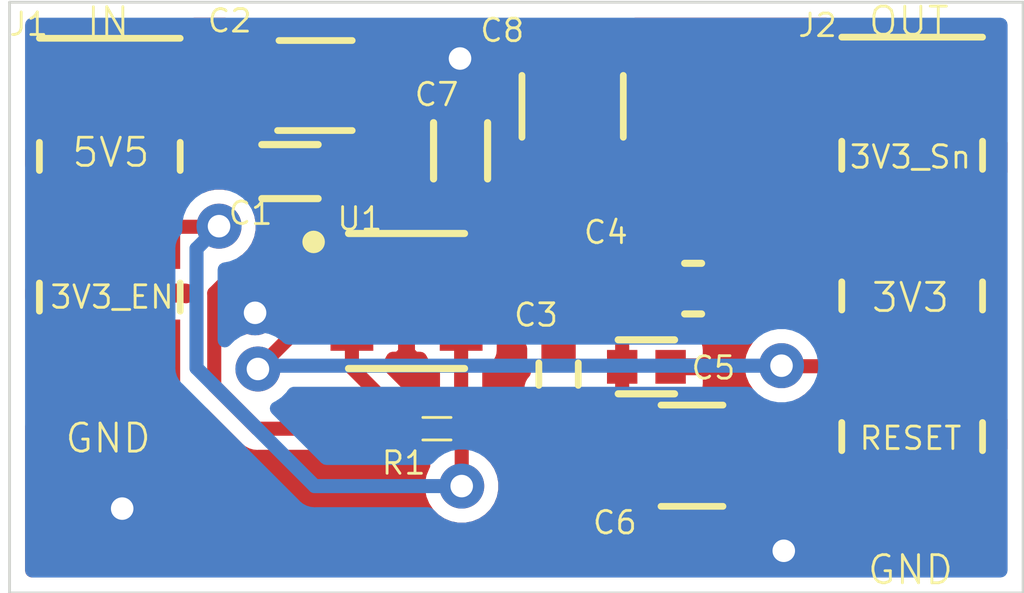
<source format=kicad_pcb>
(kicad_pcb (version 20171130) (host pcbnew "(5.1.5)-3")

  (general
    (thickness 1.6)
    (drawings 13)
    (tracks 54)
    (zones 0)
    (modules 12)
    (nets 8)
  )

  (page A4)
  (layers
    (0 F.Cu signal)
    (31 B.Cu signal)
    (32 B.Adhes user hide)
    (33 F.Adhes user hide)
    (34 B.Paste user)
    (35 F.Paste user)
    (36 B.SilkS user)
    (37 F.SilkS user)
    (38 B.Mask user hide)
    (39 F.Mask user hide)
    (40 Dwgs.User user hide)
    (41 Cmts.User user hide)
    (42 Eco1.User user hide)
    (43 Eco2.User user hide)
    (44 Edge.Cuts user)
    (45 Margin user hide)
    (46 B.CrtYd user hide)
    (47 F.CrtYd user hide)
    (48 B.Fab user hide)
    (49 F.Fab user hide)
  )

  (setup
    (last_trace_width 0.25)
    (trace_clearance 0.2)
    (zone_clearance 0.25)
    (zone_45_only no)
    (trace_min 0.2)
    (via_size 0.8)
    (via_drill 0.4)
    (via_min_size 0.4)
    (via_min_drill 0.3)
    (uvia_size 0.3)
    (uvia_drill 0.1)
    (uvias_allowed no)
    (uvia_min_size 0.2)
    (uvia_min_drill 0.1)
    (edge_width 0.05)
    (segment_width 0.2)
    (pcb_text_width 0.3)
    (pcb_text_size 1.5 1.5)
    (mod_edge_width 0.12)
    (mod_text_size 1 1)
    (mod_text_width 0.15)
    (pad_size 1.524 1.524)
    (pad_drill 0.762)
    (pad_to_mask_clearance 0.051)
    (solder_mask_min_width 0.25)
    (aux_axis_origin 0 0)
    (visible_elements 7FFFFFFF)
    (pcbplotparams
      (layerselection 0x0d0fc_ffffffff)
      (usegerberextensions false)
      (usegerberattributes false)
      (usegerberadvancedattributes false)
      (creategerberjobfile false)
      (excludeedgelayer true)
      (linewidth 0.100000)
      (plotframeref false)
      (viasonmask false)
      (mode 1)
      (useauxorigin false)
      (hpglpennumber 1)
      (hpglpenspeed 20)
      (hpglpendiameter 15.000000)
      (psnegative false)
      (psa4output false)
      (plotreference true)
      (plotvalue true)
      (plotinvisibletext false)
      (padsonsilk false)
      (subtractmaskfromsilk false)
      (outputformat 1)
      (mirror false)
      (drillshape 0)
      (scaleselection 1)
      (outputdirectory ""))
  )

  (net 0 "")
  (net 1 GND)
  (net 2 "Net-(C3-Pad1)")
  (net 3 /FMU-VDD_3V3)
  (net 4 /VDD_3V3_SENSORS)
  (net 5 /VDD_3V3_SENSORS_EN)
  (net 6 /FMU-!RESET)
  (net 7 /FMU-VDD_5V5)

  (net_class Default "This is the default net class."
    (clearance 0.2)
    (trace_width 0.25)
    (via_dia 0.8)
    (via_drill 0.4)
    (uvia_dia 0.3)
    (uvia_drill 0.1)
    (add_net /FMU-!RESET)
    (add_net /FMU-VDD_3V3)
    (add_net /FMU-VDD_5V5)
    (add_net /VDD_3V3_SENSORS)
    (add_net /VDD_3V3_SENSORS_EN)
    (add_net GND)
    (add_net "Net-(C3-Pad1)")
  )

  (module CC0402ZRY5V7BB104:CAPC1005X55N (layer F.Cu) (tedit 5ECB145C) (tstamp 5ECBAB1B)
    (at 109.51 52.14 90)
    (path /5EC76DD4)
    (fp_text reference C7 (at 1 -0.425 180) (layer F.SilkS)
      (effects (font (size 0.4 0.4) (thickness 0.05)))
    )
    (fp_text value 0u1 (at 0.3 0.75 90) (layer F.Fab)
      (effects (font (size 0.2 0.2) (thickness 0.05)))
    )
    (fp_line (start 0.85 0.54) (end 0.85 -0.54) (layer F.CrtYd) (width 0.05))
    (fp_line (start -0.85 0.54) (end 0.85 0.54) (layer F.CrtYd) (width 0.05))
    (fp_line (start -0.85 -0.54) (end -0.85 0.54) (layer F.CrtYd) (width 0.05))
    (fp_line (start 0.85 -0.54) (end -0.85 -0.54) (layer F.CrtYd) (width 0.05))
    (fp_line (start -0.5 0.48) (end 0.5 0.48) (layer F.SilkS) (width 0.127))
    (fp_line (start 0.5 -0.48) (end -0.5 -0.48) (layer F.SilkS) (width 0.127))
    (fp_line (start 0.53 0.28) (end 0.53 -0.28) (layer F.Fab) (width 0.127))
    (fp_line (start -0.53 0.28) (end 0.53 0.28) (layer F.Fab) (width 0.127))
    (fp_line (start -0.53 -0.28) (end -0.53 0.28) (layer F.Fab) (width 0.127))
    (fp_line (start 0.53 -0.28) (end -0.53 -0.28) (layer F.Fab) (width 0.127))
    (pad 1 smd rect (at -0.43 0 90) (size 0.54 0.6) (layers F.Cu F.Paste F.Mask)
      (net 4 /VDD_3V3_SENSORS))
    (pad 2 smd rect (at 0.43 0 90) (size 0.54 0.6) (layers F.Cu F.Paste F.Mask)
      (net 1 GND))
    (model ${KISYS3DMOD}/Capacitor_SMD.3dshapes/C_0402_1005Metric.wrl
      (at (xyz 0 0 0))
      (scale (xyz 1 1 1))
      (rotate (xyz 0 0 0))
    )
  )

  (module woos_FMU3:RC0402FR-0710KL (layer F.Cu) (tedit 5ECB4A65) (tstamp 5ECBAB67)
    (at 109.08 57.09 180)
    (path /5EC8AD17)
    (fp_text reference R1 (at 0.58 -0.6) (layer F.SilkS)
      (effects (font (size 0.4 0.4) (thickness 0.05)))
    )
    (fp_text value 10K (at 0.75 0.625) (layer F.Fab)
      (effects (font (size 0.2 0.2) (thickness 0.05)))
    )
    (fp_line (start -0.26 -0.19) (end 0.24 -0.19) (layer F.SilkS) (width 0.05))
    (fp_line (start 0.69 0.36) (end 0.69 -0.34) (layer F.CrtYd) (width 0.05))
    (fp_line (start 0.49 0.26) (end -0.51 0.26) (layer F.Fab) (width 0.05))
    (fp_line (start 0.24 0.21) (end -0.26 0.21) (layer F.SilkS) (width 0.05))
    (fp_line (start -0.71 -0.34) (end -0.71 0.36) (layer F.CrtYd) (width 0.05))
    (fp_line (start 0.69 -0.34) (end -0.71 -0.34) (layer F.CrtYd) (width 0.05))
    (fp_line (start -0.51 -0.24) (end 0.49 -0.24) (layer F.Fab) (width 0.05))
    (fp_line (start -0.71 0.36) (end 0.69 0.36) (layer F.CrtYd) (width 0.05))
    (fp_line (start -0.51 -0.24) (end -0.51 0.26) (layer F.Fab) (width 0.05))
    (fp_line (start 0.49 -0.24) (end 0.49 0.26) (layer F.Fab) (width 0.05))
    (fp_text user %R (at 0 0) (layer F.Fab)
      (effects (font (size 0.2 0.2) (thickness 0.04)))
    )
    (pad 1 smd roundrect (at -0.44 0.01 180) (size 0.4 0.55) (layers F.Cu F.Paste F.Mask) (roundrect_rratio 0.25)
      (net 5 /VDD_3V3_SENSORS_EN))
    (pad 2 smd roundrect (at 0.42 0.01 180) (size 0.4 0.55) (layers F.Cu F.Paste F.Mask) (roundrect_rratio 0.25)
      (net 7 /FMU-VDD_5V5))
    (model ${KISYS3DMOD}/Resistor_SMD.3dshapes/R_0402_1005Metric.wrl
      (at (xyz 0 0 0))
      (scale (xyz 1 1 1))
      (rotate (xyz 0 0 0))
    )
  )

  (module CC0402ZRY5V7BB104:CAPC1005X55N (layer F.Cu) (tedit 5ECB145C) (tstamp 5ECBAAFB)
    (at 112.81 55.98)
    (path /5EC7609B)
    (fp_text reference C5 (at 1.19 0.02) (layer F.SilkS)
      (effects (font (size 0.4 0.4) (thickness 0.05)))
    )
    (fp_text value 0u1 (at 0.3 0.75) (layer F.Fab)
      (effects (font (size 0.2 0.2) (thickness 0.05)))
    )
    (fp_line (start 0.53 -0.28) (end -0.53 -0.28) (layer F.Fab) (width 0.127))
    (fp_line (start -0.53 -0.28) (end -0.53 0.28) (layer F.Fab) (width 0.127))
    (fp_line (start -0.53 0.28) (end 0.53 0.28) (layer F.Fab) (width 0.127))
    (fp_line (start 0.53 0.28) (end 0.53 -0.28) (layer F.Fab) (width 0.127))
    (fp_line (start 0.5 -0.48) (end -0.5 -0.48) (layer F.SilkS) (width 0.127))
    (fp_line (start -0.5 0.48) (end 0.5 0.48) (layer F.SilkS) (width 0.127))
    (fp_line (start 0.85 -0.54) (end -0.85 -0.54) (layer F.CrtYd) (width 0.05))
    (fp_line (start -0.85 -0.54) (end -0.85 0.54) (layer F.CrtYd) (width 0.05))
    (fp_line (start -0.85 0.54) (end 0.85 0.54) (layer F.CrtYd) (width 0.05))
    (fp_line (start 0.85 0.54) (end 0.85 -0.54) (layer F.CrtYd) (width 0.05))
    (pad 2 smd rect (at 0.43 0) (size 0.54 0.6) (layers F.Cu F.Paste F.Mask)
      (net 1 GND))
    (pad 1 smd rect (at -0.43 0) (size 0.54 0.6) (layers F.Cu F.Paste F.Mask)
      (net 3 /FMU-VDD_3V3))
    (model ${KISYS3DMOD}/Capacitor_SMD.3dshapes/C_0402_1005Metric.wrl
      (at (xyz 0 0 0))
      (scale (xyz 1 1 1))
      (rotate (xyz 0 0 0))
    )
  )

  (module woos_FMU3:Conn_01x04_SMD (layer F.Cu) (tedit 5ECB4A5C) (tstamp 5ECBAB56)
    (at 115.98 49.87)
    (path /5EC83111)
    (fp_text reference J2 (at -0.13 0.04) (layer F.SilkS)
      (effects (font (size 0.4 0.4) (thickness 0.05)))
    )
    (fp_text value Conn_01x04_Female (at 1.3 9.9) (layer F.Fab)
      (effects (font (size 0.2 0.2) (thickness 0.05)))
    )
    (fp_line (start 3.05 0.1) (end 0.05 0.1) (layer F.CrtYd) (width 0.12))
    (fp_line (start 0.55 9.1) (end 2.55 9.1) (layer F.Fab) (width 0.12))
    (fp_line (start 2.8 4.6) (end 2.8 5.1) (layer F.SilkS) (width 0.12))
    (fp_line (start 0.05 9.6) (end 3.05 9.6) (layer F.CrtYd) (width 0.12))
    (fp_line (start 2.55 0.6) (end 0.55 0.6) (layer F.Fab) (width 0.12))
    (fp_line (start 2.55 9.1) (end 2.55 0.6) (layer F.Fab) (width 0.12))
    (fp_line (start 3.05 9.6) (end 3.05 0.1) (layer F.CrtYd) (width 0.12))
    (fp_line (start 0.3 2.1) (end 0.3 2.6) (layer F.SilkS) (width 0.12))
    (fp_line (start 0.3 0.25) (end 2.8 0.25) (layer F.SilkS) (width 0.12))
    (fp_line (start 0.3 4.6) (end 0.3 5.1) (layer F.SilkS) (width 0.12))
    (fp_line (start 0.55 0.6) (end 0.55 9.1) (layer F.Fab) (width 0.12))
    (fp_line (start 2.8 7.1) (end 2.8 7.6) (layer F.SilkS) (width 0.12))
    (fp_line (start 0.3 7.1) (end 0.3 7.6) (layer F.SilkS) (width 0.12))
    (fp_line (start 2.8 2.1) (end 2.8 2.6) (layer F.SilkS) (width 0.12))
    (fp_line (start 0.05 0.1) (end 0.05 9.6) (layer F.CrtYd) (width 0.12))
    (pad 2 smd rect (at 1.55 3.6) (size 2.5 1.5) (layers F.Cu F.Paste F.Mask)
      (net 3 /FMU-VDD_3V3))
    (pad 3 smd rect (at 1.55 6.1) (size 2.5 1.5) (layers F.Cu F.Paste F.Mask)
      (net 6 /FMU-!RESET))
    (pad 1 smd rect (at 1.55 1.1) (size 2.5 1.5) (layers F.Cu F.Paste F.Mask)
      (net 4 /VDD_3V3_SENSORS))
    (pad 4 smd rect (at 1.55 8.6) (size 2.5 1.5) (layers F.Cu F.Paste F.Mask)
      (net 1 GND))
  )

  (module CC0402ZRY5V7BB104:CAPC1005X55N (layer F.Cu) (tedit 5ECB145C) (tstamp 5ECBAAB5)
    (at 106.48 52.51)
    (path /5EC6BDAE)
    (fp_text reference C1 (at -0.7 0.74) (layer F.SilkS)
      (effects (font (size 0.4 0.4) (thickness 0.05)))
    )
    (fp_text value 0u1 (at 0.3 0.75) (layer F.Fab)
      (effects (font (size 0.2 0.2) (thickness 0.05)))
    )
    (fp_line (start 0.85 0.54) (end 0.85 -0.54) (layer F.CrtYd) (width 0.05))
    (fp_line (start -0.85 0.54) (end 0.85 0.54) (layer F.CrtYd) (width 0.05))
    (fp_line (start -0.85 -0.54) (end -0.85 0.54) (layer F.CrtYd) (width 0.05))
    (fp_line (start 0.85 -0.54) (end -0.85 -0.54) (layer F.CrtYd) (width 0.05))
    (fp_line (start -0.5 0.48) (end 0.5 0.48) (layer F.SilkS) (width 0.127))
    (fp_line (start 0.5 -0.48) (end -0.5 -0.48) (layer F.SilkS) (width 0.127))
    (fp_line (start 0.53 0.28) (end 0.53 -0.28) (layer F.Fab) (width 0.127))
    (fp_line (start -0.53 0.28) (end 0.53 0.28) (layer F.Fab) (width 0.127))
    (fp_line (start -0.53 -0.28) (end -0.53 0.28) (layer F.Fab) (width 0.127))
    (fp_line (start 0.53 -0.28) (end -0.53 -0.28) (layer F.Fab) (width 0.127))
    (pad 1 smd rect (at -0.43 0) (size 0.54 0.6) (layers F.Cu F.Paste F.Mask)
      (net 7 /FMU-VDD_5V5))
    (pad 2 smd rect (at 0.43 0) (size 0.54 0.6) (layers F.Cu F.Paste F.Mask)
      (net 1 GND))
    (model ${KISYS3DMOD}/Capacitor_SMD.3dshapes/C_0402_1005Metric.wrl
      (at (xyz 0 0 0))
      (scale (xyz 1 1 1))
      (rotate (xyz 0 0 0))
    )
  )

  (module CL21A106KAYNNNE:CAPC2012X135N (layer F.Cu) (tedit 5ECB1438) (tstamp 5ECBAAC5)
    (at 106.91 50.98)
    (path /5EC6F1D7)
    (fp_text reference C2 (at -1.5 -1.15) (layer F.SilkS)
      (effects (font (size 0.4 0.4) (thickness 0.05)))
    )
    (fp_text value 10u/25V (at -0.5 1.2) (layer F.Fab)
      (effects (font (size 0.2 0.2) (thickness 0.05)))
    )
    (fp_line (start -0.65 0.8) (end 0.675 0.8) (layer F.SilkS) (width 0.12))
    (fp_line (start -0.625 -0.8) (end 0.675 -0.8) (layer F.SilkS) (width 0.12))
    (fp_line (start 1.665 0.94) (end 1.665 -0.94) (layer F.CrtYd) (width 0.05))
    (fp_line (start -1.665 0.94) (end -1.665 -0.94) (layer F.CrtYd) (width 0.05))
    (fp_line (start -1.665 -0.94) (end 1.665 -0.94) (layer F.CrtYd) (width 0.05))
    (fp_line (start -1.665 0.94) (end 1.665 0.94) (layer F.CrtYd) (width 0.05))
    (fp_line (start -1.05 0.68) (end -1.05 -0.68) (layer F.Fab) (width 0.127))
    (fp_line (start 1.05 0.68) (end 1.05 -0.68) (layer F.Fab) (width 0.127))
    (fp_line (start 1.05 -0.68) (end -1.05 -0.68) (layer F.Fab) (width 0.127))
    (fp_line (start 1.05 0.68) (end -1.05 0.68) (layer F.Fab) (width 0.127))
    (pad 1 smd rect (at -0.863 0) (size 1.1 1.38) (layers F.Cu F.Paste F.Mask)
      (net 7 /FMU-VDD_5V5))
    (pad 2 smd rect (at 0.863 0) (size 1.1 1.38) (layers F.Cu F.Paste F.Mask)
      (net 1 GND))
    (model ${KISYS3DMOD}/Capacitor_SMD.3dshapes/C_0805_2012Metric.wrl
      (at (xyz 0 0 0))
      (scale (xyz 1 1 1))
      (rotate (xyz 0 0 0))
    )
  )

  (module CC0402KRX7R7BB103:CAPC1005X55N (layer F.Cu) (tedit 5ECB1472) (tstamp 5ECBAADB)
    (at 111.25 56.11 270)
    (path /5EC68471)
    (fp_text reference C3 (at -1.05 0.4 180) (layer F.SilkS)
      (effects (font (size 0.4 0.4) (thickness 0.05)))
    )
    (fp_text value CC0402KRX7R7BB103 (at 0.3 0.75 90) (layer F.Fab)
      (effects (font (size 0.2 0.2) (thickness 0.05)))
    )
    (fp_line (start -0.2 0.35) (end 0.2 0.35) (layer F.SilkS) (width 0.12))
    (fp_line (start -0.2 -0.35) (end 0.2 -0.35) (layer F.SilkS) (width 0.12))
    (fp_line (start 0.8 -0.45) (end -0.8 -0.45) (layer F.CrtYd) (width 0.12))
    (fp_line (start 0.8 0.45) (end 0.8 -0.45) (layer F.CrtYd) (width 0.12))
    (fp_line (start -0.8 0.45) (end 0.8 0.45) (layer F.CrtYd) (width 0.12))
    (fp_line (start -0.8 -0.45) (end -0.8 0.45) (layer F.CrtYd) (width 0.12))
    (fp_line (start -0.5588 -0.3048) (end -0.5588 0.3048) (layer F.Fab) (width 0.1))
    (fp_line (start 0.254 -0.3048) (end -0.254 -0.3048) (layer F.Fab) (width 0.1))
    (fp_line (start 0.5588 0.3048) (end 0.5588 -0.3048) (layer F.Fab) (width 0.1))
    (fp_line (start -0.254 0.3048) (end 0.254 0.3048) (layer F.Fab) (width 0.1))
    (fp_line (start 0.5588 -0.3048) (end 0.254 -0.3048) (layer F.Fab) (width 0.1))
    (fp_line (start 0.254 0.3048) (end 0.5588 0.3048) (layer F.Fab) (width 0.1))
    (fp_line (start 0.254 -0.3048) (end 0.254 0.3048) (layer F.Fab) (width 0.1))
    (fp_line (start -0.5588 0.3048) (end -0.254 0.3048) (layer F.Fab) (width 0.1))
    (fp_line (start -0.254 -0.3048) (end -0.5588 -0.3048) (layer F.Fab) (width 0.1))
    (fp_line (start -0.254 0.3048) (end -0.254 -0.3048) (layer F.Fab) (width 0.1))
    (pad 1 smd rect (at -0.4826 0 270) (size 0.4572 0.6096) (layers F.Cu F.Paste F.Mask)
      (net 2 "Net-(C3-Pad1)"))
    (pad 2 smd rect (at 0.4826 0 270) (size 0.4572 0.6096) (layers F.Cu F.Paste F.Mask)
      (net 1 GND))
    (model ${KISYS3DMOD}/Capacitor_SMD.3dshapes/C_0402_1005Metric.wrl
      (at (xyz 0 0 0))
      (scale (xyz 1 1 1))
      (rotate (xyz 0 0 0))
    )
  )

  (module CC0603ZRY5V7BB105:CAPC1608X90 (layer F.Cu) (tedit 5ECB144A) (tstamp 5ECBAAEB)
    (at 113.64 54.59)
    (descr <b>CAPACITOR</b>)
    (path /5EC70B73)
    (fp_text reference C4 (at -1.55 -1) (layer F.SilkS)
      (effects (font (size 0.4 0.4) (thickness 0.05)))
    )
    (fp_text value 1u (at -0.625 1.025) (layer F.Fab)
      (effects (font (size 0.2 0.2) (thickness 0.05)))
    )
    (fp_line (start -0.15 0.45) (end 0.15 0.45) (layer F.SilkS) (width 0.127))
    (fp_line (start -0.15 -0.45) (end 0.15 -0.45) (layer F.SilkS) (width 0.127))
    (fp_poly (pts (xy 0.330881 -0.4801) (xy 0.8303 -0.4801) (xy 0.8303 0.470869) (xy 0.330881 0.470869)) (layer F.Fab) (width 0.01))
    (fp_poly (pts (xy -0.838606 -0.4801) (xy -0.3381 -0.4801) (xy -0.3381 0.470129) (xy -0.838606 0.470129)) (layer F.Fab) (width 0.01))
    (fp_line (start -0.356 0.419) (end 0.356 0.419) (layer F.Fab) (width 0.1016))
    (fp_line (start -0.356 -0.432) (end 0.356 -0.432) (layer F.Fab) (width 0.1016))
    (fp_line (start -1.673 0.783) (end -1.673 -0.783) (layer F.CrtYd) (width 0.0508))
    (fp_line (start 1.673 0.783) (end -1.673 0.783) (layer F.CrtYd) (width 0.0508))
    (fp_line (start 1.673 -0.783) (end 1.673 0.783) (layer F.CrtYd) (width 0.0508))
    (fp_line (start -1.673 -0.783) (end 1.673 -0.783) (layer F.CrtYd) (width 0.0508))
    (pad 1 smd rect (at -0.85 0) (size 1.1 1) (layers F.Cu F.Paste F.Mask)
      (net 3 /FMU-VDD_3V3))
    (pad 2 smd rect (at 0.85 0) (size 1.1 1) (layers F.Cu F.Paste F.Mask)
      (net 1 GND))
    (model ${KISYS3DMOD}/Capacitor_SMD.3dshapes/C_0603_1608Metric.wrl
      (at (xyz 0 0 0))
      (scale (xyz 1 1 1))
      (rotate (xyz 0 0 0))
    )
  )

  (module CL21A226MAQNNNE:CAPC2012X140N (layer F.Cu) (tedit 5ECB23D3) (tstamp 5ECBAB0B)
    (at 113.67 57.56)
    (path /5EC798B9)
    (fp_text reference C6 (at -1.42 1.19) (layer F.SilkS)
      (effects (font (size 0.4 0.4) (thickness 0.05)))
    )
    (fp_text value 22u/25V (at -0.525 1.3) (layer F.Fab)
      (effects (font (size 0.2 0.2) (thickness 0.05)))
    )
    (fp_line (start 1.1 0.72) (end -1.1 0.72) (layer F.Fab) (width 0.127))
    (fp_line (start 1.1 -0.72) (end -1.1 -0.72) (layer F.Fab) (width 0.127))
    (fp_line (start 1.1 0.72) (end 1.1 -0.72) (layer F.Fab) (width 0.127))
    (fp_line (start -1.1 0.72) (end -1.1 -0.72) (layer F.Fab) (width 0.127))
    (fp_line (start -1.708 0.983) (end 1.708 0.983) (layer F.CrtYd) (width 0.05))
    (fp_line (start -1.708 -0.983) (end 1.708 -0.983) (layer F.CrtYd) (width 0.05))
    (fp_line (start -1.708 0.983) (end -1.708 -0.983) (layer F.CrtYd) (width 0.05))
    (fp_line (start 1.708 0.983) (end 1.708 -0.983) (layer F.CrtYd) (width 0.05))
    (fp_line (start -0.6 -0.9) (end 0.5 -0.9) (layer F.SilkS) (width 0.12))
    (fp_line (start 0.5 0.9) (end -0.6 0.9) (layer F.SilkS) (width 0.12))
    (pad 2 smd rect (at 0.875 0) (size 1.16 1.47) (layers F.Cu F.Paste F.Mask)
      (net 1 GND))
    (pad 1 smd rect (at -0.875 0) (size 1.16 1.47) (layers F.Cu F.Paste F.Mask)
      (net 3 /FMU-VDD_3V3))
    (model ${KISYS3DMOD}/Capacitor_SMD.3dshapes/C_0805_2012Metric.wrl
      (at (xyz 0 0 0))
      (scale (xyz 1 1 1))
      (rotate (xyz 0 0 0))
    )
  )

  (module CL21A226MAQNNNE:CAPC2012X140N (layer F.Cu) (tedit 5ECB23D3) (tstamp 5ECBAB2B)
    (at 111.5 51.3 90)
    (path /5EC6EBCD)
    (fp_text reference C8 (at 1.3 -1.25 180) (layer F.SilkS)
      (effects (font (size 0.4 0.4) (thickness 0.05)))
    )
    (fp_text value 22u/25V (at -0.525 1.3 90) (layer F.Fab)
      (effects (font (size 0.2 0.2) (thickness 0.05)))
    )
    (fp_line (start 0.5 0.9) (end -0.6 0.9) (layer F.SilkS) (width 0.12))
    (fp_line (start -0.6 -0.9) (end 0.5 -0.9) (layer F.SilkS) (width 0.12))
    (fp_line (start 1.708 0.983) (end 1.708 -0.983) (layer F.CrtYd) (width 0.05))
    (fp_line (start -1.708 0.983) (end -1.708 -0.983) (layer F.CrtYd) (width 0.05))
    (fp_line (start -1.708 -0.983) (end 1.708 -0.983) (layer F.CrtYd) (width 0.05))
    (fp_line (start -1.708 0.983) (end 1.708 0.983) (layer F.CrtYd) (width 0.05))
    (fp_line (start -1.1 0.72) (end -1.1 -0.72) (layer F.Fab) (width 0.127))
    (fp_line (start 1.1 0.72) (end 1.1 -0.72) (layer F.Fab) (width 0.127))
    (fp_line (start 1.1 -0.72) (end -1.1 -0.72) (layer F.Fab) (width 0.127))
    (fp_line (start 1.1 0.72) (end -1.1 0.72) (layer F.Fab) (width 0.127))
    (pad 1 smd rect (at -0.875 0 90) (size 1.16 1.47) (layers F.Cu F.Paste F.Mask)
      (net 4 /VDD_3V3_SENSORS))
    (pad 2 smd rect (at 0.875 0 90) (size 1.16 1.47) (layers F.Cu F.Paste F.Mask)
      (net 1 GND))
    (model ${KISYS3DMOD}/Capacitor_SMD.3dshapes/C_0805_2012Metric.wrl
      (at (xyz 0 0 0))
      (scale (xyz 1 1 1))
      (rotate (xyz 0 0 0))
    )
  )

  (module woos_FMU3:Conn_01x03_SMD (layer F.Cu) (tedit 5ECB4A45) (tstamp 5ECBAB3F)
    (at 101.58 49.89)
    (path /5EC66691)
    (fp_text reference J1 (at 0.26 0) (layer F.SilkS)
      (effects (font (size 0.4 0.4) (thickness 0.05)))
    )
    (fp_text value Conn_01x03_Male (at 1.4 7.3) (layer F.Fab)
      (effects (font (size 0.2 0.2) (thickness 0.05)))
    )
    (fp_line (start 0.2 7.05) (end 3.2 7.05) (layer F.CrtYd) (width 0.12))
    (fp_line (start 3.2 0.1) (end 0.2 0.1) (layer F.CrtYd) (width 0.12))
    (fp_line (start 0.7 6.5) (end 2.7 6.5) (layer F.Fab) (width 0.12))
    (fp_line (start 2.95 4.6) (end 2.95 5.1) (layer F.SilkS) (width 0.12))
    (fp_line (start 2.7 0.6) (end 0.7 0.6) (layer F.Fab) (width 0.12))
    (fp_line (start 2.7 6.5) (end 2.7 0.6) (layer F.Fab) (width 0.12))
    (fp_line (start 3.2 7.05) (end 3.2 0.1) (layer F.CrtYd) (width 0.12))
    (fp_line (start 0.45 2.1) (end 0.45 2.6) (layer F.SilkS) (width 0.12))
    (fp_line (start 0.45 0.25) (end 2.95 0.25) (layer F.SilkS) (width 0.12))
    (fp_line (start 0.45 4.6) (end 0.45 5.1) (layer F.SilkS) (width 0.12))
    (fp_line (start 0.7 0.6) (end 0.7 6.5) (layer F.Fab) (width 0.12))
    (fp_line (start 2.95 2.1) (end 2.95 2.6) (layer F.SilkS) (width 0.12))
    (fp_line (start 0.2 0.1) (end 0.2 7.05) (layer F.CrtYd) (width 0.12))
    (pad 2 smd rect (at 1.7 3.6) (size 2.5 1.5) (layers F.Cu F.Paste F.Mask)
      (net 5 /VDD_3V3_SENSORS_EN))
    (pad 3 smd rect (at 1.7 6) (size 2.5 1.5) (layers F.Cu F.Paste F.Mask)
      (net 1 GND))
    (pad 1 smd rect (at 1.7 1.1) (size 2.5 1.5) (layers F.Cu F.Paste F.Mask)
      (net 7 /FMU-VDD_5V5))
  )

  (module MIC5332-SSYMT-TR:SON50P200X200X60-9N (layer F.Cu) (tedit 5ECB4991) (tstamp 5ECBAB80)
    (at 108.55 54.81)
    (path /5EC67222)
    (fp_text reference U1 (at -0.83 -1.46) (layer F.SilkS)
      (effects (font (size 0.4 0.4) (thickness 0.05)))
    )
    (fp_text value MIC5332-SSYMT-TR (at 0.3 1.7) (layer F.Fab)
      (effects (font (size 0.2 0.2) (thickness 0.05)))
    )
    (fp_circle (center -1.65 -1.05) (end -1.55 -1.05) (layer F.SilkS) (width 0.2))
    (fp_line (start -1.6 1.28) (end -1.6 -1.28) (layer F.CrtYd) (width 0.05))
    (fp_line (start 1.6 1.28) (end -1.6 1.28) (layer F.CrtYd) (width 0.05))
    (fp_line (start 1.6 -1.28) (end 1.6 1.28) (layer F.CrtYd) (width 0.05))
    (fp_line (start -1.6 -1.28) (end 1.6 -1.28) (layer F.CrtYd) (width 0.05))
    (fp_line (start 1.03 1.2) (end -1.03 1.2) (layer F.SilkS) (width 0.127))
    (fp_line (start -1.03 -1.2) (end 1.03 -1.2) (layer F.SilkS) (width 0.127))
    (fp_poly (pts (xy -0.185 -0.485) (xy 0.185 -0.485) (xy 0.185 0.485) (xy -0.185 0.485)) (layer F.Paste) (width 0.01))
    (fp_line (start -1.03 1.03) (end -1.03 -1.03) (layer F.Fab) (width 0.127))
    (fp_line (start 1.03 1.03) (end -1.03 1.03) (layer F.Fab) (width 0.127))
    (fp_line (start 1.03 -1.03) (end 1.03 1.03) (layer F.Fab) (width 0.127))
    (fp_line (start -1.03 -1.03) (end 1.03 -1.03) (layer F.Fab) (width 0.127))
    (pad 1 smd rect (at -0.97 -0.75) (size 0.76 0.27) (layers F.Cu F.Paste F.Mask)
      (net 7 /FMU-VDD_5V5))
    (pad 2 smd rect (at -0.97 -0.25) (size 0.76 0.27) (layers F.Cu F.Paste F.Mask)
      (net 1 GND))
    (pad 3 smd rect (at -0.97 0.25) (size 0.76 0.27) (layers F.Cu F.Paste F.Mask)
      (net 6 /FMU-!RESET))
    (pad 4 smd rect (at -0.97 0.75) (size 0.76 0.27) (layers F.Cu F.Paste F.Mask)
      (net 7 /FMU-VDD_5V5))
    (pad 5 smd rect (at 0.97 0.75) (size 0.76 0.27) (layers F.Cu F.Paste F.Mask)
      (net 5 /VDD_3V3_SENSORS_EN))
    (pad 6 smd rect (at 0.97 0.25) (size 0.76 0.27) (layers F.Cu F.Paste F.Mask)
      (net 2 "Net-(C3-Pad1)"))
    (pad 7 smd rect (at 0.97 -0.25) (size 0.76 0.27) (layers F.Cu F.Paste F.Mask)
      (net 3 /FMU-VDD_3V3))
    (pad 8 smd rect (at 0.97 -0.75) (size 0.76 0.27) (layers F.Cu F.Paste F.Mask)
      (net 4 /VDD_3V3_SENSORS))
    (pad 9 smd rect (at 0 0) (size 0.6 1.2) (layers F.Cu F.Mask)
      (net 1 GND))
    (model ${KIPRJMOD}/MIC5332-SSYMT-TR/MIC5332-SSYMT-TR.stp
      (at (xyz 0 0 0))
      (scale (xyz 1 1 1))
      (rotate (xyz 0 0 0))
    )
  )

  (gr_text OUT (at 117.47 49.84) (layer F.SilkS)
    (effects (font (size 0.5 0.5) (thickness 0.05)))
  )
  (gr_text IN (at 103.25 49.85) (layer F.SilkS)
    (effects (font (size 0.5 0.5) (thickness 0.05)))
  )
  (gr_text GND (at 117.5 59.59) (layer F.SilkS) (tstamp 5ECF4E8A)
    (effects (font (size 0.5 0.5) (thickness 0.05)))
  )
  (gr_text GND (at 103.25 57.25) (layer F.SilkS)
    (effects (font (size 0.5 0.5) (thickness 0.05)))
  )
  (gr_line (start 119.5 49.5) (end 119.5 60) (layer Edge.Cuts) (width 0.05))
  (gr_text 3V3_EN (at 103.32 54.74) (layer F.SilkS) (tstamp 5ECCD5A0)
    (effects (font (size 0.4 0.4) (thickness 0.05)))
  )
  (gr_text "5V5\n" (at 103.3 52.17) (layer F.SilkS) (tstamp 5ECCD5A0)
    (effects (font (size 0.5 0.5) (thickness 0.05)))
  )
  (gr_text "RESET\n" (at 117.5 57.25) (layer F.SilkS) (tstamp 5ECCD5A0)
    (effects (font (size 0.4 0.4) (thickness 0.05)))
  )
  (gr_text "3V3\n" (at 117.5 54.75) (layer F.SilkS) (tstamp 5ECCD5A0)
    (effects (font (size 0.5 0.5) (thickness 0.05)))
  )
  (gr_text 3V3_Sn (at 117.5 52.25) (layer F.SilkS)
    (effects (font (size 0.4 0.4) (thickness 0.05)))
  )
  (gr_line (start 101.5 60) (end 101.5 49.5) (layer Edge.Cuts) (width 0.05) (tstamp 5ECBB728))
  (gr_line (start 119.5 60) (end 101.5 60) (layer Edge.Cuts) (width 0.05))
  (gr_line (start 101.5 49.5) (end 119.5 49.5) (layer Edge.Cuts) (width 0.05))

  (segment (start 108.3 54.56) (end 108.55 54.81) (width 0.25) (layer F.Cu) (net 1))
  (segment (start 107.58 54.56) (end 108.3 54.56) (width 0.25) (layer F.Cu) (net 1))
  (via (at 105.86 55.02) (size 0.8) (drill 0.4) (layers F.Cu B.Cu) (net 1))
  (segment (start 107.58 54.56) (end 106.32 54.56) (width 0.25) (layer F.Cu) (net 1))
  (segment (start 106.32 54.56) (end 105.86 55.02) (width 0.25) (layer F.Cu) (net 1))
  (via (at 115.25 59.25) (size 0.8) (drill 0.4) (layers F.Cu B.Cu) (net 1))
  (segment (start 117.53 58.47) (end 116.03 58.47) (width 0.25) (layer F.Cu) (net 1))
  (segment (start 116.03 58.47) (end 115.25 59.25) (width 0.25) (layer F.Cu) (net 1))
  (via (at 109.5 50.5) (size 0.8) (drill 0.4) (layers F.Cu B.Cu) (net 1))
  (segment (start 109.51 51.71) (end 109.51 50.51) (width 0.25) (layer F.Cu) (net 1))
  (segment (start 109.51 50.51) (end 109.5 50.5) (width 0.25) (layer F.Cu) (net 1))
  (segment (start 109.575 50.425) (end 109.5 50.5) (width 0.25) (layer F.Cu) (net 1))
  (segment (start 111.5 50.425) (end 109.575 50.425) (width 0.25) (layer F.Cu) (net 1))
  (segment (start 106.91 51.843) (end 107.773 50.98) (width 0.25) (layer F.Cu) (net 1))
  (segment (start 106.91 52.51) (end 106.91 51.843) (width 0.25) (layer F.Cu) (net 1))
  (segment (start 109.02 50.98) (end 109.5 50.5) (width 0.25) (layer F.Cu) (net 1))
  (segment (start 107.773 50.98) (end 109.02 50.98) (width 0.25) (layer F.Cu) (net 1))
  (via (at 103.5 58.5) (size 0.8) (drill 0.4) (layers F.Cu B.Cu) (net 1))
  (segment (start 110.6826 55.06) (end 111.25 55.6274) (width 0.25) (layer F.Cu) (net 2))
  (segment (start 109.52 55.06) (end 110.6826 55.06) (width 0.25) (layer F.Cu) (net 2))
  (segment (start 112.76 54.56) (end 112.79 54.59) (width 0.25) (layer F.Cu) (net 3))
  (segment (start 109.52 54.56) (end 112.76 54.56) (width 0.25) (layer F.Cu) (net 3))
  (segment (start 113.91 53.47) (end 112.79 54.59) (width 0.25) (layer F.Cu) (net 3))
  (segment (start 117.53 53.47) (end 113.91 53.47) (width 0.25) (layer F.Cu) (net 3))
  (segment (start 112.38 55) (end 112.38 55.98) (width 0.25) (layer F.Cu) (net 3))
  (segment (start 112.79 54.59) (end 112.38 55) (width 0.25) (layer F.Cu) (net 3))
  (segment (start 112.38 57.145) (end 112.795 57.56) (width 0.25) (layer F.Cu) (net 3))
  (segment (start 112.38 55.98) (end 112.38 57.145) (width 0.25) (layer F.Cu) (net 3))
  (segment (start 109.52 55.56) (end 109.52 57.08) (width 0.25) (layer F.Cu) (net 5))
  (via (at 105.22 53.48) (size 0.8) (drill 0.4) (layers F.Cu B.Cu) (net 5))
  (segment (start 103.28 53.49) (end 105.21 53.49) (width 0.25) (layer F.Cu) (net 5))
  (segment (start 105.21 53.49) (end 105.22 53.48) (width 0.25) (layer F.Cu) (net 5))
  (segment (start 106.919249 58.1) (end 109.53 58.1) (width 0.25) (layer B.Cu) (net 5))
  (segment (start 104.820001 56.000752) (end 106.919249 58.1) (width 0.25) (layer B.Cu) (net 5))
  (via (at 109.53 58.1) (size 0.8) (drill 0.4) (layers F.Cu B.Cu) (net 5))
  (segment (start 105.22 53.48) (end 104.820001 53.879999) (width 0.25) (layer B.Cu) (net 5))
  (segment (start 104.820001 53.879999) (end 104.820001 56.000752) (width 0.25) (layer B.Cu) (net 5))
  (segment (start 109.53 57.09) (end 109.52 57.08) (width 0.25) (layer F.Cu) (net 5))
  (segment (start 109.53 58.1) (end 109.53 57.09) (width 0.25) (layer F.Cu) (net 5))
  (via (at 115.21 55.96) (size 0.8) (drill 0.4) (layers F.Cu B.Cu) (net 6))
  (segment (start 117.53 55.97) (end 115.22 55.97) (width 0.25) (layer F.Cu) (net 6))
  (segment (start 115.22 55.97) (end 115.21 55.96) (width 0.25) (layer F.Cu) (net 6))
  (via (at 105.910954 56.018703) (size 0.8) (drill 0.4) (layers F.Cu B.Cu) (net 6))
  (segment (start 115.21 55.96) (end 105.969657 55.96) (width 0.25) (layer B.Cu) (net 6))
  (segment (start 105.969657 55.96) (end 105.910954 56.018703) (width 0.25) (layer B.Cu) (net 6))
  (segment (start 106.869657 55.06) (end 107.58 55.06) (width 0.25) (layer F.Cu) (net 6))
  (segment (start 105.910954 56.018703) (end 106.869657 55.06) (width 0.25) (layer F.Cu) (net 6))
  (segment (start 105.134999 56.31575) (end 105.899249 57.08) (width 0.25) (layer F.Cu) (net 7))
  (segment (start 105.899249 57.08) (end 108.66 57.08) (width 0.25) (layer F.Cu) (net 7))
  (segment (start 105.134999 54.671999) (end 105.134999 56.31575) (width 0.25) (layer F.Cu) (net 7))
  (segment (start 105.746998 54.06) (end 105.134999 54.671999) (width 0.25) (layer F.Cu) (net 7))
  (segment (start 107.58 54.06) (end 105.746998 54.06) (width 0.25) (layer F.Cu) (net 7))
  (segment (start 107.58 56) (end 108.66 57.08) (width 0.25) (layer F.Cu) (net 7))
  (segment (start 107.58 55.56) (end 107.58 56) (width 0.25) (layer F.Cu) (net 7))

  (zone (net 1) (net_name GND) (layer F.Cu) (tstamp 5ED0A851) (hatch edge 0.508)
    (connect_pads (clearance 0.25))
    (min_thickness 0.25)
    (fill yes (arc_segments 32) (thermal_gap 0.3) (thermal_bridge_width 0.3))
    (polygon
      (pts
        (xy 119.5 60) (xy 101.5 60) (xy 101.5 54.5) (xy 119.5 54.5)
      )
    )
    (filled_polygon
      (pts
        (xy 104.63258 54.671999) (xy 104.634999 54.696559) (xy 104.634999 54.727728) (xy 104.613314 54.72115) (xy 104.53 54.712944)
        (xy 103.41125 54.715) (xy 103.305 54.82125) (xy 103.305 55.865) (xy 103.325 55.865) (xy 103.325 55.915)
        (xy 103.305 55.915) (xy 103.305 56.95875) (xy 103.41125 57.065) (xy 104.53 57.067056) (xy 104.613314 57.05885)
        (xy 104.693427 57.034548) (xy 104.76726 56.995084) (xy 104.831974 56.941974) (xy 104.885084 56.87726) (xy 104.921421 56.809277)
        (xy 105.528328 57.416186) (xy 105.543985 57.435264) (xy 105.62012 57.497746) (xy 105.706982 57.544175) (xy 105.801232 57.572765)
        (xy 105.899249 57.582419) (xy 105.923809 57.58) (xy 108.212864 57.58) (xy 108.222842 57.592158) (xy 108.295096 57.651456)
        (xy 108.377531 57.695519) (xy 108.466978 57.722652) (xy 108.56 57.731814) (xy 108.76 57.731814) (xy 108.849842 57.722965)
        (xy 108.843204 57.7329) (xy 108.784783 57.873941) (xy 108.755 58.023669) (xy 108.755 58.176331) (xy 108.784783 58.326059)
        (xy 108.843204 58.4671) (xy 108.928018 58.594034) (xy 109.035966 58.701982) (xy 109.1629 58.786796) (xy 109.303941 58.845217)
        (xy 109.453669 58.875) (xy 109.606331 58.875) (xy 109.756059 58.845217) (xy 109.8971 58.786796) (xy 110.024034 58.701982)
        (xy 110.131982 58.594034) (xy 110.216796 58.4671) (xy 110.275217 58.326059) (xy 110.305 58.176331) (xy 110.305 58.023669)
        (xy 110.275217 57.873941) (xy 110.216796 57.7329) (xy 110.131982 57.605966) (xy 110.03 57.503984) (xy 110.03 57.494565)
        (xy 110.060519 57.437469) (xy 110.087652 57.348022) (xy 110.096814 57.255) (xy 110.096814 56.905) (xy 110.088561 56.8212)
        (xy 110.518144 56.8212) (xy 110.52635 56.904514) (xy 110.550652 56.984627) (xy 110.590116 57.05846) (xy 110.643226 57.123174)
        (xy 110.70794 57.176284) (xy 110.781773 57.215748) (xy 110.861886 57.24005) (xy 110.9452 57.248256) (xy 111.11875 57.2462)
        (xy 111.225 57.13995) (xy 111.225 56.6176) (xy 110.62645 56.6176) (xy 110.5202 56.72385) (xy 110.518144 56.8212)
        (xy 110.088561 56.8212) (xy 110.087652 56.811978) (xy 110.060519 56.722531) (xy 110.02 56.646726) (xy 110.02 56.050472)
        (xy 110.0442 56.043131) (xy 110.109347 56.008309) (xy 110.166448 55.961448) (xy 110.213309 55.904347) (xy 110.248131 55.8392)
        (xy 110.269574 55.768513) (xy 110.276814 55.695) (xy 110.276814 55.56) (xy 110.475494 55.56) (xy 110.568386 55.652892)
        (xy 110.568386 55.856) (xy 110.575626 55.929513) (xy 110.597069 56.0002) (xy 110.631891 56.065347) (xy 110.636196 56.070592)
        (xy 110.590116 56.12674) (xy 110.550652 56.200573) (xy 110.52635 56.280686) (xy 110.518144 56.364) (xy 110.5202 56.46135)
        (xy 110.62645 56.5676) (xy 111.225 56.5676) (xy 111.225 56.5476) (xy 111.275 56.5476) (xy 111.275 56.5676)
        (xy 111.295 56.5676) (xy 111.295 56.6176) (xy 111.275 56.6176) (xy 111.275 57.13995) (xy 111.38125 57.2462)
        (xy 111.5548 57.248256) (xy 111.638114 57.24005) (xy 111.718227 57.215748) (xy 111.79206 57.176284) (xy 111.838186 57.138429)
        (xy 111.838186 58.295) (xy 111.845426 58.368513) (xy 111.866869 58.4392) (xy 111.901691 58.504347) (xy 111.948552 58.561448)
        (xy 112.005653 58.608309) (xy 112.0708 58.643131) (xy 112.141487 58.664574) (xy 112.215 58.671814) (xy 113.375 58.671814)
        (xy 113.448513 58.664574) (xy 113.5192 58.643131) (xy 113.584347 58.608309) (xy 113.63692 58.565164) (xy 113.663026 58.596974)
        (xy 113.72774 58.650084) (xy 113.801573 58.689548) (xy 113.881686 58.71385) (xy 113.965 58.722056) (xy 114.41375 58.72)
        (xy 114.52 58.61375) (xy 114.52 57.585) (xy 114.57 57.585) (xy 114.57 58.61375) (xy 114.67625 58.72)
        (xy 115.125 58.722056) (xy 115.208314 58.71385) (xy 115.288427 58.689548) (xy 115.36226 58.650084) (xy 115.426974 58.596974)
        (xy 115.480084 58.53226) (xy 115.519548 58.458427) (xy 115.54385 58.378314) (xy 115.552056 58.295) (xy 115.550098 57.72)
        (xy 115.852944 57.72) (xy 115.855 58.33875) (xy 115.96125 58.445) (xy 117.505 58.445) (xy 117.505 57.40125)
        (xy 117.39875 57.295) (xy 116.28 57.292944) (xy 116.196686 57.30115) (xy 116.116573 57.325452) (xy 116.04274 57.364916)
        (xy 115.978026 57.418026) (xy 115.924916 57.48274) (xy 115.885452 57.556573) (xy 115.86115 57.636686) (xy 115.852944 57.72)
        (xy 115.550098 57.72) (xy 115.55 57.69125) (xy 115.44375 57.585) (xy 114.57 57.585) (xy 114.52 57.585)
        (xy 114.5 57.585) (xy 114.5 57.535) (xy 114.52 57.535) (xy 114.52 56.50625) (xy 114.41375 56.4)
        (xy 113.965 56.397944) (xy 113.916908 56.402681) (xy 113.92885 56.363314) (xy 113.937056 56.28) (xy 113.935 56.11125)
        (xy 113.82875 56.005) (xy 113.265 56.005) (xy 113.265 56.025) (xy 113.215 56.025) (xy 113.215 56.005)
        (xy 113.195 56.005) (xy 113.195 55.955) (xy 113.215 55.955) (xy 113.215 55.935) (xy 113.265 55.935)
        (xy 113.265 55.955) (xy 113.82875 55.955) (xy 113.935 55.84875) (xy 113.937056 55.68) (xy 113.92885 55.596686)
        (xy 113.904548 55.516573) (xy 113.90285 55.513397) (xy 113.94 55.517056) (xy 114.35875 55.515) (xy 114.465 55.40875)
        (xy 114.465 54.625) (xy 114.515 54.625) (xy 114.515 55.40875) (xy 114.593678 55.487428) (xy 114.523204 55.5929)
        (xy 114.464783 55.733941) (xy 114.435 55.883669) (xy 114.435 56.036331) (xy 114.464783 56.186059) (xy 114.523204 56.3271)
        (xy 114.608018 56.454034) (xy 114.615117 56.461133) (xy 114.57 56.50625) (xy 114.57 57.535) (xy 115.44375 57.535)
        (xy 115.55 57.42875) (xy 115.552056 56.825) (xy 115.54385 56.741686) (xy 115.52199 56.669623) (xy 115.5771 56.646796)
        (xy 115.704034 56.561982) (xy 115.796016 56.47) (xy 115.903186 56.47) (xy 115.903186 56.72) (xy 115.910426 56.793513)
        (xy 115.931869 56.8642) (xy 115.966691 56.929347) (xy 116.013552 56.986448) (xy 116.070653 57.033309) (xy 116.1358 57.068131)
        (xy 116.206487 57.089574) (xy 116.28 57.096814) (xy 118.78 57.096814) (xy 118.853513 57.089574) (xy 118.9242 57.068131)
        (xy 118.989347 57.033309) (xy 119.046448 56.986448) (xy 119.093309 56.929347) (xy 119.100001 56.916828) (xy 119.100001 57.439991)
        (xy 119.081974 57.418026) (xy 119.01726 57.364916) (xy 118.943427 57.325452) (xy 118.863314 57.30115) (xy 118.78 57.292944)
        (xy 117.66125 57.295) (xy 117.555 57.40125) (xy 117.555 58.445) (xy 117.575 58.445) (xy 117.575 58.495)
        (xy 117.555 58.495) (xy 117.555 58.515) (xy 117.505 58.515) (xy 117.505 58.495) (xy 115.96125 58.495)
        (xy 115.855 58.60125) (xy 115.852944 59.22) (xy 115.86115 59.303314) (xy 115.885452 59.383427) (xy 115.924916 59.45726)
        (xy 115.978026 59.521974) (xy 116.04274 59.575084) (xy 116.089355 59.6) (xy 101.9 59.6) (xy 101.9 57.044688)
        (xy 101.946686 57.05885) (xy 102.03 57.067056) (xy 103.14875 57.065) (xy 103.255 56.95875) (xy 103.255 55.915)
        (xy 103.235 55.915) (xy 103.235 55.865) (xy 103.255 55.865) (xy 103.255 54.82125) (xy 103.14875 54.715)
        (xy 102.03 54.712944) (xy 101.946686 54.72115) (xy 101.9 54.735312) (xy 101.9 54.625) (xy 104.637209 54.625)
      )
    )
    (filled_polygon
      (pts
        (xy 108.575 54.785) (xy 108.595 54.785) (xy 108.595 54.835) (xy 108.575 54.835) (xy 108.575 55.72875)
        (xy 108.68125 55.835) (xy 108.791001 55.836337) (xy 108.791869 55.8392) (xy 108.826691 55.904347) (xy 108.873552 55.961448)
        (xy 108.930653 56.008309) (xy 108.9958 56.043131) (xy 109.02 56.050472) (xy 109.020001 56.505923) (xy 108.942469 56.464481)
        (xy 108.853022 56.437348) (xy 108.76 56.428186) (xy 108.715292 56.428186) (xy 108.236412 55.949307) (xy 108.273309 55.904347)
        (xy 108.308131 55.8392) (xy 108.308999 55.836337) (xy 108.41875 55.835) (xy 108.525 55.72875) (xy 108.525 54.835)
        (xy 108.505 54.835) (xy 108.505 54.785) (xy 108.525 54.785) (xy 108.525 54.765) (xy 108.575 54.765)
      )
    )
    (filled_polygon
      (pts
        (xy 106.590528 54.642254) (xy 106.534767 54.688016) (xy 106.514393 54.704736) (xy 106.498737 54.723813) (xy 105.978848 55.243703)
        (xy 105.834623 55.243703) (xy 105.684895 55.273486) (xy 105.634999 55.294154) (xy 105.634999 54.879105) (xy 105.889104 54.625)
        (xy 106.622808 54.625)
      )
    )
  )
  (zone (net 1) (net_name GND) (layer B.Cu) (tstamp 5ED0A84E) (hatch edge 0.508)
    (connect_pads (clearance 0.25))
    (min_thickness 0.254)
    (fill yes (arc_segments 32) (thermal_gap 0.508) (thermal_bridge_width 0.508))
    (polygon
      (pts
        (xy 119.5 60) (xy 101.5 60) (xy 101.5 49.5) (xy 119.5 49.5)
      )
    )
    (filled_polygon
      (pts
        (xy 119.098001 59.598) (xy 101.902 59.598) (xy 101.902 53.879999) (xy 104.315574 53.879999) (xy 104.318001 53.904642)
        (xy 104.318002 55.976099) (xy 104.315574 56.000752) (xy 104.325266 56.099161) (xy 104.353971 56.193788) (xy 104.400585 56.280997)
        (xy 104.447602 56.338287) (xy 104.447605 56.33829) (xy 104.463318 56.357436) (xy 104.482464 56.373149) (xy 106.546852 58.437538)
        (xy 106.562565 58.456684) (xy 106.639004 58.519417) (xy 106.726213 58.566031) (xy 106.82084 58.594736) (xy 106.894596 58.602)
        (xy 106.894606 58.602) (xy 106.919249 58.604427) (xy 106.943892 58.602) (xy 108.933155 58.602) (xy 109.034691 58.703536)
        (xy 109.161952 58.788569) (xy 109.303357 58.847141) (xy 109.453472 58.877) (xy 109.606528 58.877) (xy 109.756643 58.847141)
        (xy 109.898048 58.788569) (xy 110.025309 58.703536) (xy 110.133536 58.595309) (xy 110.218569 58.468048) (xy 110.277141 58.326643)
        (xy 110.307 58.176528) (xy 110.307 58.023472) (xy 110.277141 57.873357) (xy 110.218569 57.731952) (xy 110.133536 57.604691)
        (xy 110.025309 57.496464) (xy 109.898048 57.411431) (xy 109.756643 57.352859) (xy 109.606528 57.323) (xy 109.453472 57.323)
        (xy 109.303357 57.352859) (xy 109.161952 57.411431) (xy 109.034691 57.496464) (xy 108.933155 57.598) (xy 107.127184 57.598)
        (xy 106.248917 56.719734) (xy 106.279002 56.707272) (xy 106.406263 56.622239) (xy 106.51449 56.514012) (xy 106.549243 56.462)
        (xy 114.613155 56.462) (xy 114.714691 56.563536) (xy 114.841952 56.648569) (xy 114.983357 56.707141) (xy 115.133472 56.737)
        (xy 115.286528 56.737) (xy 115.436643 56.707141) (xy 115.578048 56.648569) (xy 115.705309 56.563536) (xy 115.813536 56.455309)
        (xy 115.898569 56.328048) (xy 115.957141 56.186643) (xy 115.987 56.036528) (xy 115.987 55.883472) (xy 115.957141 55.733357)
        (xy 115.898569 55.591952) (xy 115.813536 55.464691) (xy 115.705309 55.356464) (xy 115.578048 55.271431) (xy 115.436643 55.212859)
        (xy 115.286528 55.183) (xy 115.133472 55.183) (xy 114.983357 55.212859) (xy 114.841952 55.271431) (xy 114.714691 55.356464)
        (xy 114.613155 55.458) (xy 106.449096 55.458) (xy 106.406263 55.415167) (xy 106.279002 55.330134) (xy 106.137597 55.271562)
        (xy 105.987482 55.241703) (xy 105.834426 55.241703) (xy 105.684311 55.271562) (xy 105.542906 55.330134) (xy 105.415645 55.415167)
        (xy 105.322001 55.508811) (xy 105.322001 54.251933) (xy 105.446643 54.227141) (xy 105.588048 54.168569) (xy 105.715309 54.083536)
        (xy 105.823536 53.975309) (xy 105.908569 53.848048) (xy 105.967141 53.706643) (xy 105.997 53.556528) (xy 105.997 53.403472)
        (xy 105.967141 53.253357) (xy 105.908569 53.111952) (xy 105.823536 52.984691) (xy 105.715309 52.876464) (xy 105.588048 52.791431)
        (xy 105.446643 52.732859) (xy 105.296528 52.703) (xy 105.143472 52.703) (xy 104.993357 52.732859) (xy 104.851952 52.791431)
        (xy 104.724691 52.876464) (xy 104.616464 52.984691) (xy 104.531431 53.111952) (xy 104.472859 53.253357) (xy 104.443 53.403472)
        (xy 104.443 53.548071) (xy 104.400584 53.599754) (xy 104.35397 53.686964) (xy 104.325265 53.781591) (xy 104.318001 53.855347)
        (xy 104.318001 53.855356) (xy 104.315574 53.879999) (xy 101.902 53.879999) (xy 101.902 49.902) (xy 119.098 49.902)
      )
    )
  )
  (zone (net 4) (net_name /VDD_3V3_SENSORS) (layer F.Cu) (tstamp 5ED0A84B) (hatch edge 0.508)
    (connect_pads (clearance 0.25))
    (min_thickness 0.25)
    (fill yes (arc_segments 32) (thermal_gap 0.3) (thermal_bridge_width 0.3))
    (polygon
      (pts
        (xy 119.5 54.25) (xy 109 54.25) (xy 109 49.5) (xy 119.5 49.5)
      )
    )
    (filled_polygon
      (pts
        (xy 115.978026 49.918026) (xy 115.924916 49.98274) (xy 115.885452 50.056573) (xy 115.86115 50.136686) (xy 115.852944 50.22)
        (xy 115.855 50.83875) (xy 115.96125 50.945) (xy 117.505 50.945) (xy 117.505 50.925) (xy 117.555 50.925)
        (xy 117.555 50.945) (xy 117.575 50.945) (xy 117.575 50.995) (xy 117.555 50.995) (xy 117.555 52.03875)
        (xy 117.66125 52.145) (xy 118.78 52.147056) (xy 118.863314 52.13885) (xy 118.943427 52.114548) (xy 119.01726 52.075084)
        (xy 119.081974 52.021974) (xy 119.1 52.000009) (xy 119.1 52.523171) (xy 119.093309 52.510653) (xy 119.046448 52.453552)
        (xy 118.989347 52.406691) (xy 118.9242 52.371869) (xy 118.853513 52.350426) (xy 118.78 52.343186) (xy 116.28 52.343186)
        (xy 116.206487 52.350426) (xy 116.1358 52.371869) (xy 116.070653 52.406691) (xy 116.013552 52.453552) (xy 115.966691 52.510653)
        (xy 115.931869 52.5758) (xy 115.910426 52.646487) (xy 115.903186 52.72) (xy 115.903186 52.97) (xy 113.934557 52.97)
        (xy 113.909999 52.967581) (xy 113.885441 52.97) (xy 113.88544 52.97) (xy 113.811983 52.977235) (xy 113.717733 53.005825)
        (xy 113.630871 53.052254) (xy 113.554736 53.114736) (xy 113.539075 53.133819) (xy 112.959709 53.713186) (xy 112.24 53.713186)
        (xy 112.166487 53.720426) (xy 112.0958 53.741869) (xy 112.030653 53.776691) (xy 111.973552 53.823552) (xy 111.926691 53.880653)
        (xy 111.891869 53.9458) (xy 111.870426 54.016487) (xy 111.866141 54.06) (xy 110.325 54.06) (xy 110.325 54.034998)
        (xy 110.233752 54.034998) (xy 110.325 53.94375) (xy 110.327056 53.925) (xy 110.31885 53.841686) (xy 110.294548 53.761573)
        (xy 110.255084 53.68774) (xy 110.201974 53.623026) (xy 110.13726 53.569916) (xy 110.063427 53.530452) (xy 109.983314 53.50615)
        (xy 109.9 53.497944) (xy 109.65125 53.5) (xy 109.545 53.60625) (xy 109.545 54.048186) (xy 109.495 54.048186)
        (xy 109.495 53.60625) (xy 109.38875 53.5) (xy 109.14 53.497944) (xy 109.125 53.499421) (xy 109.125 53.258339)
        (xy 109.126686 53.25885) (xy 109.21 53.267056) (xy 109.37875 53.265) (xy 109.485 53.15875) (xy 109.485 52.595)
        (xy 109.535 52.595) (xy 109.535 53.15875) (xy 109.64125 53.265) (xy 109.81 53.267056) (xy 109.893314 53.25885)
        (xy 109.973427 53.234548) (xy 110.04726 53.195084) (xy 110.111974 53.141974) (xy 110.165084 53.07726) (xy 110.204548 53.003427)
        (xy 110.22885 52.923314) (xy 110.237056 52.84) (xy 110.235797 52.755) (xy 110.337944 52.755) (xy 110.34615 52.838314)
        (xy 110.370452 52.918427) (xy 110.409916 52.99226) (xy 110.463026 53.056974) (xy 110.52774 53.110084) (xy 110.601573 53.149548)
        (xy 110.681686 53.17385) (xy 110.765 53.182056) (xy 111.36875 53.18) (xy 111.475 53.07375) (xy 111.475 52.2)
        (xy 111.525 52.2) (xy 111.525 53.07375) (xy 111.63125 53.18) (xy 112.235 53.182056) (xy 112.318314 53.17385)
        (xy 112.398427 53.149548) (xy 112.47226 53.110084) (xy 112.536974 53.056974) (xy 112.590084 52.99226) (xy 112.629548 52.918427)
        (xy 112.65385 52.838314) (xy 112.662056 52.755) (xy 112.66 52.30625) (xy 112.55375 52.2) (xy 111.525 52.2)
        (xy 111.475 52.2) (xy 110.44625 52.2) (xy 110.34 52.30625) (xy 110.337944 52.755) (xy 110.235797 52.755)
        (xy 110.235 52.70125) (xy 110.12875 52.595) (xy 109.535 52.595) (xy 109.485 52.595) (xy 109.465 52.595)
        (xy 109.465 52.545) (xy 109.485 52.545) (xy 109.485 52.525) (xy 109.535 52.525) (xy 109.535 52.545)
        (xy 110.12875 52.545) (xy 110.235 52.43875) (xy 110.237056 52.3) (xy 110.22885 52.216686) (xy 110.204548 52.136573)
        (xy 110.172542 52.076693) (xy 110.179574 52.053513) (xy 110.186814 51.98) (xy 110.186814 51.44) (xy 110.179574 51.366487)
        (xy 110.158131 51.2958) (xy 110.123309 51.230653) (xy 110.076448 51.173552) (xy 110.019347 51.126691) (xy 110.01 51.121695)
        (xy 110.01 51.086016) (xy 110.101982 50.994034) (xy 110.148109 50.925) (xy 110.388186 50.925) (xy 110.388186 51.005)
        (xy 110.395426 51.078513) (xy 110.416869 51.1492) (xy 110.451691 51.214347) (xy 110.494836 51.26692) (xy 110.463026 51.293026)
        (xy 110.409916 51.35774) (xy 110.370452 51.431573) (xy 110.34615 51.511686) (xy 110.337944 51.595) (xy 110.34 52.04375)
        (xy 110.44625 52.15) (xy 111.475 52.15) (xy 111.475 52.13) (xy 111.525 52.13) (xy 111.525 52.15)
        (xy 112.55375 52.15) (xy 112.66 52.04375) (xy 112.661483 51.72) (xy 115.852944 51.72) (xy 115.86115 51.803314)
        (xy 115.885452 51.883427) (xy 115.924916 51.95726) (xy 115.978026 52.021974) (xy 116.04274 52.075084) (xy 116.116573 52.114548)
        (xy 116.196686 52.13885) (xy 116.28 52.147056) (xy 117.39875 52.145) (xy 117.505 52.03875) (xy 117.505 50.995)
        (xy 115.96125 50.995) (xy 115.855 51.10125) (xy 115.852944 51.72) (xy 112.661483 51.72) (xy 112.662056 51.595)
        (xy 112.65385 51.511686) (xy 112.629548 51.431573) (xy 112.590084 51.35774) (xy 112.536974 51.293026) (xy 112.505164 51.26692)
        (xy 112.548309 51.214347) (xy 112.583131 51.1492) (xy 112.604574 51.078513) (xy 112.611814 51.005) (xy 112.611814 49.9)
        (xy 115.99999 49.9)
      )
    )
  )
  (zone (net 7) (net_name /FMU-VDD_5V5) (layer F.Cu) (tstamp 5ED0A848) (hatch edge 0.508)
    (connect_pads (clearance 0.25))
    (min_thickness 0.25)
    (fill yes (arc_segments 32) (thermal_gap 0.3) (thermal_bridge_width 0.3))
    (polygon
      (pts
        (xy 108.5 54.25) (xy 101.5 54.25) (xy 101.5 49.5) (xy 108.5 49.5)
      )
    )
    (filled_polygon
      (pts
        (xy 105.25974 49.934916) (xy 105.195026 49.988026) (xy 105.141916 50.05274) (xy 105.102452 50.126573) (xy 105.07815 50.206686)
        (xy 105.069944 50.29) (xy 105.072 50.84875) (xy 105.17825 50.955) (xy 106.022 50.955) (xy 106.022 50.935)
        (xy 106.072 50.935) (xy 106.072 50.955) (xy 106.092 50.955) (xy 106.092 51.005) (xy 106.072 51.005)
        (xy 106.072 51.98875) (xy 106.075 51.99175) (xy 106.075 52.485) (xy 106.095 52.485) (xy 106.095 52.535)
        (xy 106.075 52.535) (xy 106.075 53.12875) (xy 106.18125 53.235) (xy 106.32 53.237056) (xy 106.403314 53.22885)
        (xy 106.483427 53.204548) (xy 106.543307 53.172542) (xy 106.566487 53.179574) (xy 106.64 53.186814) (xy 107.18 53.186814)
        (xy 107.253513 53.179574) (xy 107.3242 53.158131) (xy 107.389347 53.123309) (xy 107.446448 53.076448) (xy 107.493309 53.019347)
        (xy 107.528131 52.9542) (xy 107.549574 52.883513) (xy 107.556814 52.81) (xy 107.556814 52.21) (xy 107.549574 52.136487)
        (xy 107.528131 52.0658) (xy 107.517983 52.046814) (xy 108.323 52.046814) (xy 108.375 52.041693) (xy 108.375 53.828993)
        (xy 108.354548 53.761573) (xy 108.315084 53.68774) (xy 108.261974 53.623026) (xy 108.19726 53.569916) (xy 108.123427 53.530452)
        (xy 108.043314 53.50615) (xy 107.96 53.497944) (xy 107.71125 53.5) (xy 107.605 53.60625) (xy 107.605 54.048186)
        (xy 107.555 54.048186) (xy 107.555 53.60625) (xy 107.44875 53.5) (xy 107.2 53.497944) (xy 107.116686 53.50615)
        (xy 107.036573 53.530452) (xy 106.96274 53.569916) (xy 106.898026 53.623026) (xy 106.844916 53.68774) (xy 106.805452 53.761573)
        (xy 106.78115 53.841686) (xy 106.772944 53.925) (xy 106.775 53.94375) (xy 106.866248 54.034998) (xy 106.775 54.034998)
        (xy 106.775 54.06) (xy 106.344549 54.06) (xy 106.319999 54.057582) (xy 106.295449 54.06) (xy 106.29544 54.06)
        (xy 106.221983 54.067235) (xy 106.127733 54.095825) (xy 106.073151 54.125) (xy 105.649653 54.125) (xy 105.714034 54.081982)
        (xy 105.821982 53.974034) (xy 105.906796 53.8471) (xy 105.965217 53.706059) (xy 105.995 53.556331) (xy 105.995 53.403669)
        (xy 105.965217 53.253941) (xy 105.946059 53.207691) (xy 106.025 53.12875) (xy 106.025 52.535) (xy 105.46125 52.535)
        (xy 105.355 52.64125) (xy 105.354083 52.716488) (xy 105.296331 52.705) (xy 105.143669 52.705) (xy 104.993941 52.734783)
        (xy 104.906814 52.770872) (xy 104.906814 52.74) (xy 104.899574 52.666487) (xy 104.878131 52.5958) (xy 104.843309 52.530653)
        (xy 104.796448 52.473552) (xy 104.739347 52.426691) (xy 104.6742 52.391869) (xy 104.603513 52.370426) (xy 104.53 52.363186)
        (xy 102.03 52.363186) (xy 101.956487 52.370426) (xy 101.9 52.387561) (xy 101.9 52.144688) (xy 101.946686 52.15885)
        (xy 102.03 52.167056) (xy 103.14875 52.165) (xy 103.255 52.05875) (xy 103.255 51.015) (xy 103.305 51.015)
        (xy 103.305 52.05875) (xy 103.41125 52.165) (xy 104.53 52.167056) (xy 104.613314 52.15885) (xy 104.693427 52.134548)
        (xy 104.76726 52.095084) (xy 104.831974 52.041974) (xy 104.885084 51.97726) (xy 104.924548 51.903427) (xy 104.94885 51.823314)
        (xy 104.957056 51.74) (xy 104.956824 51.67) (xy 105.069944 51.67) (xy 105.07815 51.753314) (xy 105.102452 51.833427)
        (xy 105.141916 51.90726) (xy 105.195026 51.971974) (xy 105.25974 52.025084) (xy 105.333573 52.064548) (xy 105.376087 52.077445)
        (xy 105.36115 52.126686) (xy 105.352944 52.21) (xy 105.355 52.37875) (xy 105.46125 52.485) (xy 106.025 52.485)
        (xy 106.025 51.89125) (xy 106.022 51.88825) (xy 106.022 51.005) (xy 105.17825 51.005) (xy 105.072 51.11125)
        (xy 105.069944 51.67) (xy 104.956824 51.67) (xy 104.955 51.12125) (xy 104.84875 51.015) (xy 103.305 51.015)
        (xy 103.255 51.015) (xy 103.235 51.015) (xy 103.235 50.965) (xy 103.255 50.965) (xy 103.255 50.945)
        (xy 103.305 50.945) (xy 103.305 50.965) (xy 104.84875 50.965) (xy 104.955 50.85875) (xy 104.957056 50.24)
        (xy 104.94885 50.156686) (xy 104.924548 50.076573) (xy 104.885084 50.00274) (xy 104.831974 49.938026) (xy 104.78564 49.9)
        (xy 105.325064 49.9)
      )
    )
  )
)

</source>
